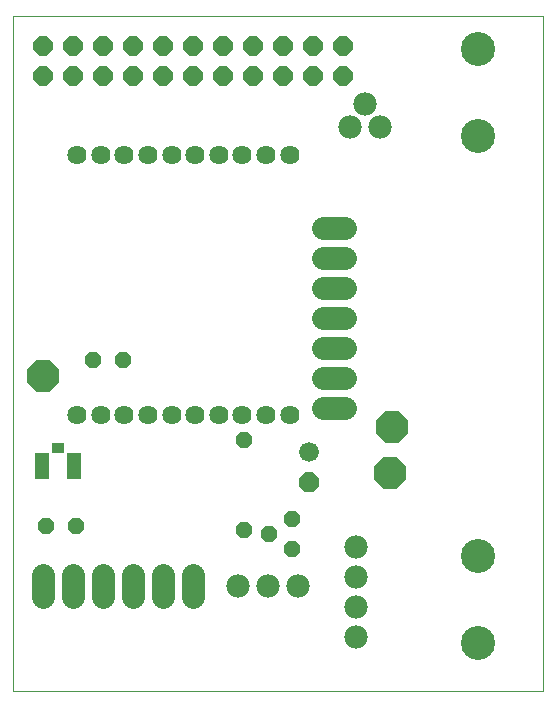
<source format=gts>
G75*
%MOIN*%
%OFA0B0*%
%FSLAX24Y24*%
%IPPOS*%
%LPD*%
%AMOC8*
5,1,8,0,0,1.08239X$1,22.5*
%
%ADD10C,0.0000*%
%ADD11C,0.0640*%
%ADD12C,0.0780*%
%ADD13C,0.0780*%
%ADD14OC8,0.0560*%
%ADD15C,0.1135*%
%ADD16OC8,0.1040*%
%ADD17R,0.0453X0.0906*%
%ADD18R,0.0434X0.0355*%
%ADD19OC8,0.0660*%
%ADD20C,0.0660*%
%ADD21OC8,0.0640*%
D10*
X002074Y001361D02*
X002074Y023857D01*
X019743Y023857D01*
X019743Y001361D01*
X002074Y001361D01*
D11*
X004200Y010562D03*
X004987Y010562D03*
X005775Y010562D03*
X006562Y010562D03*
X007349Y010562D03*
X008137Y010562D03*
X008924Y010562D03*
X009712Y010562D03*
X010499Y010562D03*
X011286Y010562D03*
X011286Y019223D03*
X010499Y019223D03*
X009712Y019223D03*
X008924Y019223D03*
X008137Y019223D03*
X007349Y019223D03*
X006562Y019223D03*
X005775Y019223D03*
X004987Y019223D03*
X004200Y019223D03*
D12*
X012402Y016786D02*
X013142Y016786D01*
X013142Y015786D02*
X012402Y015786D01*
X012402Y014786D02*
X013142Y014786D01*
X013142Y013786D02*
X012402Y013786D01*
X012402Y012786D02*
X013142Y012786D01*
X013142Y011786D02*
X012402Y011786D01*
X012402Y010786D02*
X013142Y010786D01*
X008074Y005247D02*
X008074Y004507D01*
X007074Y004507D02*
X007074Y005247D01*
X006074Y005247D02*
X006074Y004507D01*
X005074Y004507D02*
X005074Y005247D01*
X004074Y005247D02*
X004074Y004507D01*
X003074Y004507D02*
X003074Y005247D01*
D13*
X009574Y004861D03*
X010574Y004861D03*
X011574Y004861D03*
X013491Y005154D03*
X013491Y004154D03*
X013491Y003154D03*
X013491Y006154D03*
X013308Y020172D03*
X013808Y020922D03*
X014308Y020172D03*
D14*
X009759Y009719D03*
X011353Y007105D03*
X010603Y006605D03*
X011353Y006105D03*
X009759Y006719D03*
X005723Y012385D03*
X004723Y012385D03*
X004149Y006873D03*
X003149Y006873D03*
D15*
X017574Y005861D03*
X017574Y002961D03*
X017574Y019861D03*
X017574Y022761D03*
D16*
X014708Y010176D03*
X014637Y008623D03*
X003074Y011861D03*
D17*
X003032Y008861D03*
X004115Y008861D03*
D18*
X003574Y009461D03*
D19*
X011916Y008341D03*
D20*
X011916Y009341D03*
D21*
X012074Y021861D03*
X012074Y022861D03*
X013074Y022861D03*
X013074Y021861D03*
X011074Y021861D03*
X011074Y022861D03*
X010074Y022861D03*
X010074Y021861D03*
X009074Y021861D03*
X009074Y022861D03*
X008074Y022861D03*
X008074Y021861D03*
X007074Y021861D03*
X007074Y022861D03*
X006074Y022861D03*
X006074Y021861D03*
X005074Y021861D03*
X005074Y022861D03*
X004074Y022861D03*
X004074Y021861D03*
X003074Y021861D03*
X003074Y022861D03*
M02*

</source>
